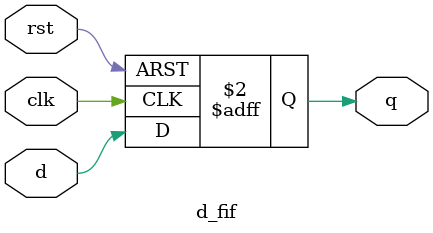
<source format=v>
module d_fif (
    input d,clk,rst,
    output reg q
);
    always @(posedge clk or posedge rst) begin
        if (rst) begin
            q <= 1'b0;
        end else begin
            q <= d;
        end
    end
endmodule
</source>
